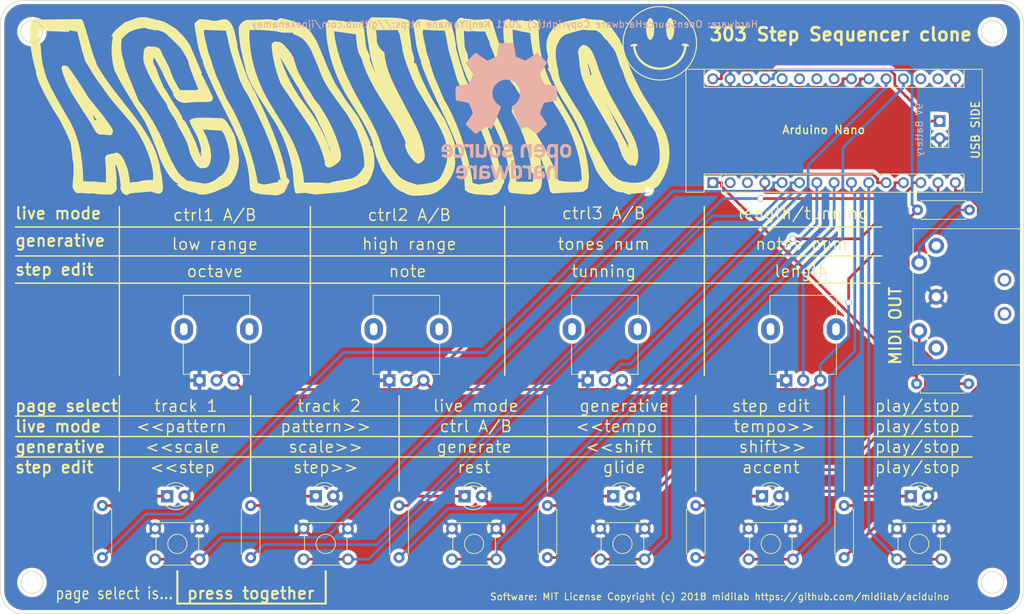
<source format=kicad_pcb>
(kicad_pcb (version 20171130) (host pcbnew "(5.1.9)-1")
  (layers (0 F.Cu signal hide) (31 B.Cu signal) (34 B.Paste user) (35 F.Paste user) (36 B.SilkS user) (37 F.SilkS user) (38 B.Mask user) (39 F.Mask user) (44 Edge.Cuts user))
  (net 0 "")
  (net 1 LED6)
  (net 2 LED5)
  (net 3 9V)
  (net 4 LED4)
  (net 5 GND)
  (net 6 LED3)
  (net 7 "Net-(A1-Pad28)")
  (net 8 LED2)
  (net 9 5V)
  (net 10 LED1)
  (net 11 "Net-(A1-Pad26)")
  (net 12 PLAY_STOP)
  (net 13 "Net-(A1-Pad25)")
  (net 14 Accent)
  (net 15 "Net-(A1-Pad24)")
  (net 16 Glide)
  (net 17 "Net-(A1-Pad23)")
  (net 18 Rest)
  (net 19 Octave)
  (net 20 Next_STEP)
  (net 21 Note)
  (net 22 Prev_STEP)
  (net 23 Length)
  (net 24 BPM)
  (net 25 "Net-(A1-Pad3)")
  (net 26 "Net-(A1-Pad18)")
  (net 27 "Net-(A1-Pad2)")
  (net 28 "Net-(A1-Pad17)")
  (net 29 MIDI_OUT)
  (net 30 "Net-(D1-Pad1)")
  (net 31 "Net-(D2-Pad1)")
  (net 32 "Net-(D3-Pad1)")
  (net 33 "Net-(D4-Pad1)")
  (net 34 "Net-(D5-Pad1)")
  (net 35 "Net-(D6-Pad1)")
  (net 36 "Net-(J1-Pad4)")
  (net 37 "Net-(J1-Pad1)")
  (net 38 "Net-(J1-Pad3)")
  (net 39 "Net-(J1-Pad5)")
  (module logo:2 (layer F.Cu) (at 108.5 72.75)
    (fp_text reference G*** hide)
    (fp_text value LOGO hide)
  )
  (module Symbol:OSHW-Logo_19x20mm_SilkScreen (layer B.Cu) (at 129.5 74.25 180)
    (fp_text reference REF** hide)
    (fp_text value OSHW-Logo_19x20mm_SilkScreen hide)
  )
  (module Button_Switch_THT:SW_TH_Tactile_Omron_B3F-10xx (layer F.Cu) (at 186.75 135.5)
    (fp_text reference SW6 hide)
    (fp_text value PLAY_STOP)
    (pad 1 thru_hole circle (at 0 0) (size 1.7 1.7) (drill 1) (layers *.Cu *.Mask) (net 5 GND))
    (pad 2 thru_hole circle (at 6.5 0) (size 1.7 1.7) (drill 1) (layers *.Cu *.Mask) (net 5 GND))
    (pad 3 thru_hole circle (at 0 4.5) (size 1.7 1.7) (drill 1) (layers *.Cu *.Mask) (net 12 PLAY_STOP))
    (pad 4 thru_hole circle (at 6.5 4.5) (size 1.7 1.7) (drill 1) (layers *.Cu *.Mask) (net 12 PLAY_STOP))
  )
  (module Button_Switch_THT:SW_TH_Tactile_Omron_B3F-10xx (layer F.Cu) (at 165 135.5)
    (fp_text reference SW5 hide)
    (fp_text value Accent)
    (pad 1 thru_hole circle (at 0 0) (size 1.7 1.7) (drill 1) (layers *.Cu *.Mask) (net 5 GND))
    (pad 2 thru_hole circle (at 6.5 0) (size 1.7 1.7) (drill 1) (layers *.Cu *.Mask) (net 5 GND))
    (pad 3 thru_hole circle (at 0 4.5) (size 1.7 1.7) (drill 1) (layers *.Cu *.Mask) (net 14 Accent))
    (pad 4 thru_hole circle (at 6.5 4.5) (size 1.7 1.7) (drill 1) (layers *.Cu *.Mask) (net 14 Accent))
  )
  (module Button_Switch_THT:SW_TH_Tactile_Omron_B3F-10xx (layer F.Cu) (at 143.25 135.5)
    (fp_text reference SW4 hide)
    (fp_text value Glide)
    (pad 1 thru_hole circle (at 0 0) (size 1.7 1.7) (drill 1) (layers *.Cu *.Mask) (net 5 GND))
    (pad 2 thru_hole circle (at 6.5 0) (size 1.7 1.7) (drill 1) (layers *.Cu *.Mask) (net 5 GND))
    (pad 3 thru_hole circle (at 0 4.5) (size 1.7 1.7) (drill 1) (layers *.Cu *.Mask) (net 16 Glide))
    (pad 4 thru_hole circle (at 6.5 4.5) (size 1.7 1.7) (drill 1) (layers *.Cu *.Mask) (net 16 Glide))
  )
  (module Button_Switch_THT:SW_TH_Tactile_Omron_B3F-10xx (layer F.Cu) (at 121.5 135.5)
    (fp_text reference SW3 hide)
    (fp_text value Rest)
    (pad 1 thru_hole circle (at 0 0) (size 1.7 1.7) (drill 1) (layers *.Cu *.Mask) (net 5 GND))
    (pad 2 thru_hole circle (at 6.5 0) (size 1.7 1.7) (drill 1) (layers *.Cu *.Mask) (net 5 GND))
    (pad 3 thru_hole circle (at 0 4.5) (size 1.7 1.7) (drill 1) (layers *.Cu *.Mask) (net 18 Rest))
    (pad 4 thru_hole circle (at 6.5 4.5) (size 1.7 1.7) (drill 1) (layers *.Cu *.Mask) (net 18 Rest))
  )
  (module Button_Switch_THT:SW_TH_Tactile_Omron_B3F-10xx (layer F.Cu) (at 99.75 135.5)
    (fp_text reference SW2 hide)
    (fp_text value Next_STEP)
    (pad 1 thru_hole circle (at 0 0) (size 1.7 1.7) (drill 1) (layers *.Cu *.Mask) (net 5 GND))
    (pad 2 thru_hole circle (at 6.5 0) (size 1.7 1.7) (drill 1) (layers *.Cu *.Mask) (net 5 GND))
    (pad 3 thru_hole circle (at 0 4.5) (size 1.7 1.7) (drill 1) (layers *.Cu *.Mask) (net 20 Next_STEP))
    (pad 4 thru_hole circle (at 6.5 4.5) (size 1.7 1.7) (drill 1) (layers *.Cu *.Mask) (net 20 Next_STEP))
  )
  (module Button_Switch_THT:SW_TH_Tactile_Omron_B3F-10xx (layer F.Cu) (at 78 135.5)
    (fp_text reference SW1 hide)
    (fp_text value Prev_STEP)
    (pad 1 thru_hole circle (at 0 0) (size 1.7 1.7) (drill 1) (layers *.Cu *.Mask) (net 5 GND))
    (pad 2 thru_hole circle (at 6.5 0) (size 1.7 1.7) (drill 1) (layers *.Cu *.Mask) (net 5 GND))
    (pad 3 thru_hole circle (at 0 4.5) (size 1.7 1.7) (drill 1) (layers *.Cu *.Mask) (net 22 Prev_STEP))
    (pad 4 thru_hole circle (at 6.5 4.5) (size 1.7 1.7) (drill 1) (layers *.Cu *.Mask) (net 22 Prev_STEP))
  )
  (module Potentiometer_THT:Potentiometer_Alpha_RD901F-40-00D_Single_Vertical (layer F.Cu) (at 170.5 113.75 90)
    (fp_text reference RV4 hide)
    (fp_text value 10k)
    (pad "" thru_hole oval (at 7.5 -2.3 180) (size 2.72 3.24) (drill oval 1.1 1.8) (layers *.Cu *.Mask))
    (pad "" thru_hole oval (at 7.5 7.3 180) (size 2.72 3.24) (drill oval 1.1 1.8) (layers *.Cu *.Mask))
    (pad 3 thru_hole circle (at 0 5 180) (size 1.8 1.8) (drill 1) (layers *.Cu *.Mask) (net 9 5V))
    (pad 2 thru_hole circle (at 0 2.5 180) (size 1.8 1.8) (drill 1) (layers *.Cu *.Mask) (net 24 BPM))
    (pad 1 thru_hole rect (at 0 0 180) (size 1.8 1.8) (drill 1) (layers *.Cu *.Mask) (net 5 GND))
  )
  (module Potentiometer_THT:Potentiometer_Alpha_RD901F-40-00D_Single_Vertical (layer F.Cu) (at 141.417 113.75 90)
    (fp_text reference RV3 hide)
    (fp_text value 10k)
    (pad "" thru_hole oval (at 7.5 -2.3 180) (size 2.72 3.24) (drill oval 1.1 1.8) (layers *.Cu *.Mask))
    (pad "" thru_hole oval (at 7.5 7.3 180) (size 2.72 3.24) (drill oval 1.1 1.8) (layers *.Cu *.Mask))
    (pad 3 thru_hole circle (at 0 5 180) (size 1.8 1.8) (drill 1) (layers *.Cu *.Mask) (net 9 5V))
    (pad 2 thru_hole circle (at 0 2.5 180) (size 1.8 1.8) (drill 1) (layers *.Cu *.Mask) (net 23 Length))
    (pad 1 thru_hole rect (at 0 0 180) (size 1.8 1.8) (drill 1) (layers *.Cu *.Mask) (net 5 GND))
  )
  (module Potentiometer_THT:Potentiometer_Alpha_RD901F-40-00D_Single_Vertical (layer F.Cu) (at 112.333 113.75 90)
    (fp_text reference RV2 hide)
    (fp_text value 10k)
    (pad "" thru_hole oval (at 7.5 -2.3 180) (size 2.72 3.24) (drill oval 1.1 1.8) (layers *.Cu *.Mask))
    (pad "" thru_hole oval (at 7.5 7.3 180) (size 2.72 3.24) (drill oval 1.1 1.8) (layers *.Cu *.Mask))
    (pad 3 thru_hole circle (at 0 5 180) (size 1.8 1.8) (drill 1) (layers *.Cu *.Mask) (net 9 5V))
    (pad 2 thru_hole circle (at 0 2.5 180) (size 1.8 1.8) (drill 1) (layers *.Cu *.Mask) (net 21 Note))
    (pad 1 thru_hole rect (at 0 0 180) (size 1.8 1.8) (drill 1) (layers *.Cu *.Mask) (net 5 GND))
  )
  (module Potentiometer_THT:Potentiometer_Alpha_RD901F-40-00D_Single_Vertical (layer F.Cu) (at 84.5 113.75 90)
    (fp_text reference RV1 hide)
    (fp_text value 10k)
    (pad "" thru_hole oval (at 7.5 -2.3 180) (size 2.72 3.24) (drill oval 1.1 1.8) (layers *.Cu *.Mask))
    (pad "" thru_hole oval (at 7.5 7.3 180) (size 2.72 3.24) (drill oval 1.1 1.8) (layers *.Cu *.Mask))
    (pad 3 thru_hole circle (at 0 5 180) (size 1.8 1.8) (drill 1) (layers *.Cu *.Mask) (net 9 5V))
    (pad 2 thru_hole circle (at 0 2.5 180) (size 1.8 1.8) (drill 1) (layers *.Cu *.Mask) (net 19 Octave))
    (pad 1 thru_hole rect (at 0 0 180) (size 1.8 1.8) (drill 1) (layers *.Cu *.Mask) (net 5 GND))
  )
  (module Resistor_THT:R_Axial_DIN0207_L6.3mm_D2.5mm_P7.62mm_Horizontal (layer F.Cu) (at 179 139.75 90)
    (fp_text reference R8 hide)
    (fp_text value 220R)
    (pad 2 thru_hole oval (at 7.62 0 90) (size 1.6 1.6) (drill 0.8) (layers *.Cu *.Mask) (net 35 "Net-(D6-Pad1)"))
    (pad 1 thru_hole circle (at 0 0 90) (size 1.6 1.6) (drill 0.8) (layers *.Cu *.Mask) (net 1 LED6))
  )
  (module Resistor_THT:R_Axial_DIN0207_L6.3mm_D2.5mm_P7.62mm_Horizontal (layer F.Cu) (at 157.25 139.75 90)
    (fp_text reference R7 hide)
    (fp_text value 220R)
    (pad 2 thru_hole oval (at 7.62 0 90) (size 1.6 1.6) (drill 0.8) (layers *.Cu *.Mask) (net 34 "Net-(D5-Pad1)"))
    (pad 1 thru_hole circle (at 0 0 90) (size 1.6 1.6) (drill 0.8) (layers *.Cu *.Mask) (net 2 LED5))
  )
  (module Resistor_THT:R_Axial_DIN0207_L6.3mm_D2.5mm_P7.62mm_Horizontal (layer F.Cu) (at 135.5 139.75 90)
    (fp_text reference R6 hide)
    (fp_text value 220R)
    (pad 2 thru_hole oval (at 7.62 0 90) (size 1.6 1.6) (drill 0.8) (layers *.Cu *.Mask) (net 33 "Net-(D4-Pad1)"))
    (pad 1 thru_hole circle (at 0 0 90) (size 1.6 1.6) (drill 0.8) (layers *.Cu *.Mask) (net 4 LED4))
  )
  (module Resistor_THT:R_Axial_DIN0207_L6.3mm_D2.5mm_P7.62mm_Horizontal (layer F.Cu) (at 113.75 139.75 90)
    (fp_text reference R5 hide)
    (fp_text value 220R)
    (pad 2 thru_hole oval (at 7.62 0 90) (size 1.6 1.6) (drill 0.8) (layers *.Cu *.Mask) (net 32 "Net-(D3-Pad1)"))
    (pad 1 thru_hole circle (at 0 0 90) (size 1.6 1.6) (drill 0.8) (layers *.Cu *.Mask) (net 6 LED3))
  )
  (module Resistor_THT:R_Axial_DIN0207_L6.3mm_D2.5mm_P7.62mm_Horizontal (layer F.Cu) (at 92 139.75 90)
    (fp_text reference R4 hide)
    (fp_text value 220R)
    (pad 2 thru_hole oval (at 7.62 0 90) (size 1.6 1.6) (drill 0.8) (layers *.Cu *.Mask) (net 31 "Net-(D2-Pad1)"))
    (pad 1 thru_hole circle (at 0 0 90) (size 1.6 1.6) (drill 0.8) (layers *.Cu *.Mask) (net 8 LED2))
  )
  (module Resistor_THT:R_Axial_DIN0207_L6.3mm_D2.5mm_P7.62mm_Horizontal (layer F.Cu) (at 70.25 139.75 90)
    (fp_text reference R3 hide)
    (fp_text value 220R)
    (pad 2 thru_hole oval (at 7.62 0 90) (size 1.6 1.6) (drill 0.8) (layers *.Cu *.Mask) (net 30 "Net-(D1-Pad1)"))
    (pad 1 thru_hole circle (at 0 0 90) (size 1.6 1.6) (drill 0.8) (layers *.Cu *.Mask) (net 10 LED1))
  )
  (module Resistor_THT:R_Axial_DIN0207_L6.3mm_D2.5mm_P7.62mm_Horizontal (layer F.Cu) (at 197.25 114.25 180)
    (fp_text reference R2 hide)
    (fp_text value 220R)
    (pad 2 thru_hole oval (at 7.62 0 180) (size 1.6 1.6) (drill 0.8) (layers *.Cu *.Mask) (net 29 MIDI_OUT))
    (pad 1 thru_hole circle (at 0 0 180) (size 1.6 1.6) (drill 0.8) (layers *.Cu *.Mask) (net 39 "Net-(J1-Pad5)"))
  )
  (module Resistor_THT:R_Axial_DIN0207_L6.3mm_D2.5mm_P7.62mm_Horizontal (layer F.Cu) (at 189.75 88.75)
    (fp_text reference R1 hide)
    (fp_text value 220R)
    (pad 2 thru_hole oval (at 7.62 0) (size 1.6 1.6) (drill 0.8) (layers *.Cu *.Mask) (net 36 "Net-(J1-Pad4)"))
    (pad 1 thru_hole circle (at 0 0) (size 1.6 1.6) (drill 0.8) (layers *.Cu *.Mask) (net 9 5V))
  )
  (module Connector_PinHeader_2.54mm:PinHeader_1x02_P2.54mm_Vertical (layer F.Cu) (at 193 75.71)
    (fp_text reference J2 hide)
    (fp_text value battery)
    (pad 2 thru_hole oval (at 0 2.54) (size 1.7 1.7) (drill 1) (layers *.Cu *.Mask) (net 5 GND))
    (pad 1 thru_hole rect (at 0 0) (size 1.7 1.7) (drill 1) (layers *.Cu *.Mask) (net 3 9V))
  )
  (module Connector:SDS-50J (layer F.Cu) (at 192.5 94 270)
    (fp_text reference J1 hide)
    (fp_text value MIDI_OUT)
    (pad "" thru_hole circle (at 10 -10 270) (size 2 2) (drill 1.3) (layers *.Cu *.Mask))
    (pad 4 thru_hole circle (at 2.5 2.5 270) (size 2.3 2.3) (drill 1.3) (layers *.Cu *.Mask) (net 36 "Net-(J1-Pad4)"))
    (pad 1 thru_hole circle (at 0 0 270) (size 2.3 2.3) (drill 1.3) (layers *.Cu *.Mask) (net 37 "Net-(J1-Pad1)"))
    (pad 2 thru_hole circle (at 7.5 0 270) (size 2.3 2.3) (drill 1.3) (layers *.Cu *.Mask) (net 5 GND))
    (pad 3 thru_hole circle (at 15 0 270) (size 2.3 2.3) (drill 1.3) (layers *.Cu *.Mask) (net 38 "Net-(J1-Pad3)"))
    (pad "" thru_hole circle (at 5 -10 270) (size 2 2) (drill 1.3) (layers *.Cu *.Mask))
    (pad 5 thru_hole circle (at 12.5 2.5 270) (size 2.3 2.3) (drill 1.3) (layers *.Cu *.Mask) (net 39 "Net-(J1-Pad5)"))
  )
  (module LED_THT:LED_D3.0mm (layer F.Cu) (at 188.75 130.75)
    (fp_text reference D6 hide)
    (fp_text value LED)
    (pad 2 thru_hole circle (at 2.54 0) (size 1.8 1.8) (drill 0.9) (layers *.Cu *.Mask) (net 5 GND))
    (pad 1 thru_hole rect (at 0 0) (size 1.8 1.8) (drill 0.9) (layers *.Cu *.Mask) (net 35 "Net-(D6-Pad1)"))
  )
  (module LED_THT:LED_D3.0mm (layer F.Cu) (at 166.95 130.75)
    (fp_text reference D5 hide)
    (fp_text value LED)
    (pad 2 thru_hole circle (at 2.54 0) (size 1.8 1.8) (drill 0.9) (layers *.Cu *.Mask) (net 5 GND))
    (pad 1 thru_hole rect (at 0 0) (size 1.8 1.8) (drill 0.9) (layers *.Cu *.Mask) (net 34 "Net-(D5-Pad1)"))
  )
  (module LED_THT:LED_D3.0mm (layer F.Cu) (at 145.15 130.75)
    (fp_text reference D4 hide)
    (fp_text value LED)
    (pad 2 thru_hole circle (at 2.54 0) (size 1.8 1.8) (drill 0.9) (layers *.Cu *.Mask) (net 5 GND))
    (pad 1 thru_hole rect (at 0 0) (size 1.8 1.8) (drill 0.9) (layers *.Cu *.Mask) (net 33 "Net-(D4-Pad1)"))
  )
  (module LED_THT:LED_D3.0mm (layer F.Cu) (at 123.35 130.75)
    (fp_text reference D3 hide)
    (fp_text value LED)
    (pad 2 thru_hole circle (at 2.54 0) (size 1.8 1.8) (drill 0.9) (layers *.Cu *.Mask) (net 5 GND))
    (pad 1 thru_hole rect (at 0 0) (size 1.8 1.8) (drill 0.9) (layers *.Cu *.Mask) (net 32 "Net-(D3-Pad1)"))
  )
  (module LED_THT:LED_D3.0mm (layer F.Cu) (at 101.55 130.75)
    (fp_text reference D2 hide)
    (fp_text value LED)
    (pad 2 thru_hole circle (at 2.54 0) (size 1.8 1.8) (drill 0.9) (layers *.Cu *.Mask) (net 5 GND))
    (pad 1 thru_hole rect (at 0 0) (size 1.8 1.8) (drill 0.9) (layers *.Cu *.Mask) (net 31 "Net-(D2-Pad1)"))
  )
  (module LED_THT:LED_D3.0mm (layer F.Cu) (at 79.75 130.75)
    (fp_text reference D1 hide)
    (fp_text value LED)
    (pad 2 thru_hole circle (at 2.54 0) (size 1.8 1.8) (drill 0.9) (layers *.Cu *.Mask) (net 5 GND))
    (pad 1 thru_hole rect (at 0 0) (size 1.8 1.8) (drill 0.9) (layers *.Cu *.Mask) (net 30 "Net-(D1-Pad1)"))
  )
  (module Module:Arduino_Nano (layer F.Cu) (at 159.75 84.75 90)
    (fp_text reference A1 hide)
    (fp_text value Arduino_Nano_v3.x)
    (pad 16 thru_hole oval (at 15.24 35.56 90) (size 1.6 1.6) (drill 1) (layers *.Cu *.Mask) (net 1 LED6))
    (pad 15 thru_hole oval (at 0 35.56 90) (size 1.6 1.6) (drill 1) (layers *.Cu *.Mask) (net 2 LED5))
    (pad 30 thru_hole oval (at 15.24 0 90) (size 1.6 1.6) (drill 1) (layers *.Cu *.Mask) (net 3 9V))
    (pad 14 thru_hole oval (at 0 33.02 90) (size 1.6 1.6) (drill 1) (layers *.Cu *.Mask) (net 4 LED4))
    (pad 29 thru_hole oval (at 15.24 2.54 90) (size 1.6 1.6) (drill 1) (layers *.Cu *.Mask) (net 5 GND))
    (pad 13 thru_hole oval (at 0 30.48 90) (size 1.6 1.6) (drill 1) (layers *.Cu *.Mask) (net 6 LED3))
    (pad 28 thru_hole oval (at 15.24 5.08 90) (size 1.6 1.6) (drill 1) (layers *.Cu *.Mask) (net 7 "Net-(A1-Pad28)"))
    (pad 12 thru_hole oval (at 0 27.94 90) (size 1.6 1.6) (drill 1) (layers *.Cu *.Mask) (net 8 LED2))
    (pad 27 thru_hole oval (at 15.24 7.62 90) (size 1.6 1.6) (drill 1) (layers *.Cu *.Mask) (net 9 5V))
    (pad 11 thru_hole oval (at 0 25.4 90) (size 1.6 1.6) (drill 1) (layers *.Cu *.Mask) (net 10 LED1))
    (pad 26 thru_hole oval (at 15.24 10.16 90) (size 1.6 1.6) (drill 1) (layers *.Cu *.Mask) (net 11 "Net-(A1-Pad26)"))
    (pad 10 thru_hole oval (at 0 22.86 90) (size 1.6 1.6) (drill 1) (layers *.Cu *.Mask) (net 12 PLAY_STOP))
    (pad 25 thru_hole oval (at 15.24 12.7 90) (size 1.6 1.6) (drill 1) (layers *.Cu *.Mask) (net 13 "Net-(A1-Pad25)"))
    (pad 9 thru_hole oval (at 0 20.32 90) (size 1.6 1.6) (drill 1) (layers *.Cu *.Mask) (net 14 Accent))
    (pad 24 thru_hole oval (at 15.24 15.24 90) (size 1.6 1.6) (drill 1) (layers *.Cu *.Mask) (net 15 "Net-(A1-Pad24)"))
    (pad 8 thru_hole oval (at 0 17.78 90) (size 1.6 1.6) (drill 1) (layers *.Cu *.Mask) (net 16 Glide))
    (pad 23 thru_hole oval (at 15.24 17.78 90) (size 1.6 1.6) (drill 1) (layers *.Cu *.Mask) (net 17 "Net-(A1-Pad23)"))
    (pad 7 thru_hole oval (at 0 15.24 90) (size 1.6 1.6) (drill 1) (layers *.Cu *.Mask) (net 18 Rest))
    (pad 22 thru_hole oval (at 15.24 20.32 90) (size 1.6 1.6) (drill 1) (layers *.Cu *.Mask) (net 19 Octave))
    (pad 6 thru_hole oval (at 0 12.7 90) (size 1.6 1.6) (drill 1) (layers *.Cu *.Mask) (net 20 Next_STEP))
    (pad 21 thru_hole oval (at 15.24 22.86 90) (size 1.6 1.6) (drill 1) (layers *.Cu *.Mask) (net 21 Note))
    (pad 5 thru_hole oval (at 0 10.16 90) (size 1.6 1.6) (drill 1) (layers *.Cu *.Mask) (net 22 Prev_STEP))
    (pad 20 thru_hole oval (at 15.24 25.4 90) (size 1.6 1.6) (drill 1) (layers *.Cu *.Mask) (net 23 Length))
    (pad 4 thru_hole oval (at 0 7.62 90) (size 1.6 1.6) (drill 1) (layers *.Cu *.Mask) (net 5 GND))
    (pad 19 thru_hole oval (at 15.24 27.94 90) (size 1.6 1.6) (drill 1) (layers *.Cu *.Mask) (net 24 BPM))
    (pad 3 thru_hole oval (at 0 5.08 90) (size 1.6 1.6) (drill 1) (layers *.Cu *.Mask) (net 25 "Net-(A1-Pad3)"))
    (pad 18 thru_hole oval (at 15.24 30.48 90) (size 1.6 1.6) (drill 1) (layers *.Cu *.Mask) (net 26 "Net-(A1-Pad18)"))
    (pad 2 thru_hole oval (at 0 2.54 90) (size 1.6 1.6) (drill 1) (layers *.Cu *.Mask) (net 27 "Net-(A1-Pad2)"))
    (pad 17 thru_hole oval (at 15.24 33.02 90) (size 1.6 1.6) (drill 1) (layers *.Cu *.Mask) (net 28 "Net-(A1-Pad17)"))
    (pad 1 thru_hole rect (at 0 0 90) (size 1.6 1.6) (drill 1) (layers *.Cu *.Mask) (net 29 MIDI_OUT))
  )
  (gr_text "303 Step Sequencer clone" (at 178.5 63) (layer F.SilkS) (effects (font (size 1.9 1.9) (thickness 0.4))))
  (gr_text "page select is..." (at 72 145) (layer F.SilkS) (effects (font (size 1.7 1.4) (thickness 0.2))))
  (gr_text "Hardware: OpenSourceHardware Copyright(c) 2021 KenjiYamane https://github.com/ijnekenamay" (at 129.25 61.5) (layer B.SilkS) (effects (font (size 1 1)) (justify mirror)))
  (gr_text "Software: MIT License Copyright (c) 2018 midilab https://github.com/midilab/aciduino" (at 160.75 145.5) (layer F.SilkS) (effects (font (size 1 1))))
  (gr_text "9V Battery" (at 190 77 90) (layer B.SilkS) (effects (font (size 1 1)) (justify mirror)))
  (gr_text "USB SIDE\n" (at 198.25 77 90) (layer F.SilkS) (effects (font (size 1.2 1.2) (thickness 0.2))))
  (gr_text "Arduino Nano" (at 176 77) (layer F.SilkS) (effects (font (size 1.2 1.2) (thickness 0.2))))
  (gr_text length (at 172.75 97.75) (layer F.SilkS) (effects (font (size 1.7 1.7) (thickness 0.2))))
  (gr_text tunning (at 143.75 97.75) (layer F.SilkS) (effects (font (size 1.7 1.7) (thickness 0.2))))
  (gr_text note (at 115 97.75) (layer F.SilkS) (effects (font (size 1.7 1.7) (thickness 0.2))))
  (gr_text octave (at 86.75 97.75) (layer F.SilkS) (effects (font (size 1.7 1.7) (thickness 0.2))))
  (gr_text "notes num" (at 172.75 93.75) (layer F.SilkS) (effects (font (size 1.7 1.7) (thickness 0.2))))
  (gr_text "tones num" (at 143.75 93.75) (layer F.SilkS) (effects (font (size 1.7 1.7) (thickness 0.2))))
  (gr_text "high range" (at 115.25 93.75) (layer F.SilkS) (effects (font (size 1.7 1.7) (thickness 0.2))))
  (gr_text "low range" (at 86.75 93.75) (layer F.SilkS) (effects (font (size 1.7 1.7) (thickness 0.2))))
  (gr_text "press together" (at 92 145) (layer F.SilkS) (effects (font (size 1.7 1.7) (thickness 0.3))))
  (gr_text length/tunning (at 173 89.25) (layer F.SilkS) (effects (font (size 1.7 1.7) (thickness 0.2))))
  (gr_text "ctrl3 A/B" (at 143.75 89.25) (layer F.SilkS) (effects (font (size 1.7 1.7) (thickness 0.2))))
  (gr_text "ctrl2 A/B" (at 115.25 89.5) (layer F.SilkS) (effects (font (size 1.7 1.7) (thickness 0.2))))
  (gr_text "ctrl1 A/B" (at 86.75 89.5) (layer F.SilkS) (effects (font (size 1.7 1.7) (thickness 0.2))))
  (gr_text "step edit" (at 63.219048 97.5) (layer F.SilkS) (effects (font (size 1.7 1.7) (thickness 0.3))))
  (gr_text "live mode" (at 63.785714 89.25) (layer F.SilkS) (effects (font (size 1.7 1.7) (thickness 0.3))))
  (gr_text generative (at 64.069048 93.25) (layer F.SilkS) (effects (font (size 1.7 1.7) (thickness 0.3))))
  (gr_text "MIDI OUT" (at 186.5 105.75 90) (layer F.SilkS) (effects (font (size 1.7 1.7) (thickness 0.3))))
  (gr_text accent (at 168.25 126.5) (layer F.SilkS) (effects (font (size 1.7 1.7) (thickness 0.2))))
  (gr_text glide (at 146.75 126.5) (layer F.SilkS) (effects (font (size 1.7 1.7) (thickness 0.2))))
  (gr_text rest (at 124.75 126.5) (layer F.SilkS) (effects (font (size 1.7 1.7) (thickness 0.2))))
  (gr_text step>> (at 103 126.5) (layer F.SilkS) (effects (font (size 1.7 1.7) (thickness 0.2))))
  (gr_text <<step (at 82 126.5) (layer F.SilkS) (effects (font (size 1.7 1.7) (thickness 0.2))))
  (gr_text shift>> (at 168.5 123.5) (layer F.SilkS) (effects (font (size 1.7 1.7) (thickness 0.2))))
  (gr_text <<shift (at 146 123.5) (layer F.SilkS) (effects (font (size 1.7 1.7) (thickness 0.2))))
  (gr_text generate (at 124.75 123.5) (layer F.SilkS) (effects (font (size 1.7 1.7) (thickness 0.2))))
  (gr_text scale>> (at 103 123.5) (layer F.SilkS) (effects (font (size 1.7 1.7) (thickness 0.2))))
  (gr_text <<scale (at 82 123.5) (layer F.SilkS) (effects (font (size 1.7 1.7) (thickness 0.2))))
  (gr_text tempo>> (at 168.75 120.5) (layer F.SilkS) (effects (font (size 1.7 1.7) (thickness 0.2))))
  (gr_text "<<tempo " (at 146.25 120.5) (layer F.SilkS) (effects (font (size 1.7 1.7) (thickness 0.2))))
  (gr_text "ctrl A/B" (at 125 120.5) (layer F.SilkS) (effects (font (size 1.7 1.7) (thickness 0.2))))
  (gr_text pattern>> (at 103 120.5) (layer F.SilkS) (effects (font (size 1.7 1.7) (thickness 0.2))))
  (gr_text "<<pattern " (at 82.5 120.5) (layer F.SilkS) (effects (font (size 1.7 1.7) (thickness 0.2))))
  (gr_text "step edit" (at 168.25 117.5) (layer F.SilkS) (effects (font (size 1.7 1.7) (thickness 0.2))))
  (gr_text generative (at 146.75 117.5) (layer F.SilkS) (effects (font (size 1.7 1.7) (thickness 0.2))))
  (gr_text "live mode" (at 125 117.5) (layer F.SilkS) (effects (font (size 1.7 1.7) (thickness 0.2))))
  (gr_text "track 2" (at 103.5 117.5) (layer F.SilkS) (effects (font (size 1.7 1.7) (thickness 0.2))))
  (gr_text "track 1" (at 82.5 117.5) (layer F.SilkS) (effects (font (size 1.7 1.7) (thickness 0.2))))
  (gr_text "step edit" (at 63.219048 126.5) (layer F.SilkS) (effects (font (size 1.7 1.7) (thickness 0.3))))
  (gr_text generative (at 64.069048 123.5) (layer F.SilkS) (effects (font (size 1.7 1.7) (thickness 0.3))))
  (gr_text "live mode" (at 63.785714 120.5) (layer F.SilkS) (effects (font (size 1.7 1.7) (thickness 0.3))))
  (gr_text "page select" (at 65 117.5) (layer F.SilkS) (effects (font (size 1.7 1.7) (thickness 0.3))))
  (gr_text play/stop (at 189.75 126.5) (layer F.SilkS) (effects (font (size 1.7 1.7) (thickness 0.2))))
  (gr_text play/stop (at 189.75 123.5) (layer F.SilkS) (effects (font (size 1.7 1.7) (thickness 0.2))))
  (gr_text play/stop (at 189.75 120.5) (layer F.SilkS) (effects (font (size 1.7 1.7) (thickness 0.2))))
  (gr_text play/stop (at 189.75 117.5) (layer F.SilkS) (effects (font (size 1.7 1.7) (thickness 0.2))))
  (gr_line (start 103 146.5) (end 103 141.75) (layer F.SilkS) (width 0.3))
  (gr_line (start 81.25 146.5) (end 103 146.5) (layer F.SilkS) (width 0.3))
  (gr_line (start 81.25 141.75) (end 81.25 146.5) (layer F.SilkS) (width 0.3))
  (gr_line (start 72.75 130) (end 72.75 116) (layer F.SilkS) (width 0.2))
  (gr_line (start 72.75 113) (end 72.75 88.25) (layer F.SilkS) (width 0.2))
  (gr_line (start 158.5 113) (end 158.5 88.25) (layer F.SilkS) (width 0.2))
  (gr_line (start 129.25 113) (end 129.25 88.25) (layer F.SilkS) (width 0.2))
  (gr_line (start 100.75 113) (end 100.75 88.25) (layer F.SilkS) (width 0.2))
  (gr_line (start 57.5 91.25) (end 184.5 91.25) (layer F.SilkS) (width 0.2))
  (gr_line (start 57.5 95.5) (end 184.5 95.5) (layer F.SilkS) (width 0.2))
  (gr_line (start 57.5 99.5) (end 184.25 99.5) (layer F.SilkS) (width 0.2))
  (gr_line (start 57.5 125) (end 197.75 125) (layer F.SilkS) (width 0.2))
  (gr_line (start 57.5 122) (end 197.75 122) (layer F.SilkS) (width 0.2))
  (gr_line (start 57.5 119) (end 197.75 119) (layer F.SilkS) (width 0.2))
  (gr_line (start 179 130) (end 179 116) (layer F.SilkS) (width 0.2))
  (gr_line (start 157.25 130) (end 157.25 116) (layer F.SilkS) (width 0.2))
  (gr_line (start 135.5 130) (end 135.5 116) (layer F.SilkS) (width 0.2))
  (gr_line (start 113.75 130) (end 113.75 116) (layer F.SilkS) (width 0.2))
  (gr_line (start 92 130) (end 92 116) (layer F.SilkS) (width 0.2))
  (gr_circle (center 200.731769 62.6) (end 202.331769 62.6) (layer Edge.Cuts) (width 0.1))
  (gr_circle (center 59.931769 143.4) (end 61.531769 143.4) (layer Edge.Cuts) (width 0.1))
  (gr_curve (pts (xy 205.331769 144.581769) (xy 205.331769 146.469606) (xy 203.801375 148) (xy 201.913538 148)) (layer Edge.Cuts) (width 0.1))
  (gr_curve (pts (xy 205.331769 61.418231) (xy 205.331769 61.418231) (xy 205.331769 144.581769) (xy 205.331769 144.581769)) (layer Edge.Cuts) (width 0.1))
  (gr_circle (center 200.731769 143.4) (end 202.331769 143.4) (layer Edge.Cuts) (width 0.1))
  (gr_curve (pts (xy 55.331769 61.418231) (xy 55.331769 59.530394) (xy 56.862163 58) (xy 58.75 58)) (layer Edge.Cuts) (width 0.1))
  (gr_curve (pts (xy 201.913538 148) (xy 201.913538 148) (xy 58.75 148) (xy 58.75 148)) (layer Edge.Cuts) (width 0.1))
  (gr_curve (pts (xy 55.331769 144.581769) (xy 55.331769 144.581769) (xy 55.331769 61.418231) (xy 55.331769 61.418231)) (layer Edge.Cuts) (width 0.1))
  (gr_circle (center 59.931769 62.6) (end 61.531769 62.6) (layer Edge.Cuts) (width 0.1))
  (gr_curve (pts (xy 201.913538 58) (xy 203.801375 58) (xy 205.331769 59.530394) (xy 205.331769 61.418231)) (layer Edge.Cuts) (width 0.1))
  (gr_curve (pts (xy 58.75 58) (xy 58.75 58) (xy 201.913538 58) (xy 201.913538 58)) (layer Edge.Cuts) (width 0.1))
  (gr_curve (pts (xy 58.75 148) (xy 56.862163 148) (xy 55.331769 146.469606) (xy 55.331769 144.581769)) (layer Edge.Cuts) (width 0.1))
  (segment (start 195.31 69.51) (end 195.31 70.7603) (width 0.4) (layer F.Cu) (net 1))
  (segment (start 195.31 70.7603) (end 199.3132 74.7635) (width 0.4) (layer F.Cu) (net 1))
  (segment (start 199.3132 74.7635) (end 199.3132 124.6391) (width 0.4) (layer F.Cu) (net 1))
  (segment (start 199.3132 124.6391) (end 190.5719 133.3804) (width 0.4) (layer F.Cu) (net 1))
  (segment (start 190.5719 133.3804) (end 185.3696 133.3804) (width 0.4) (layer F.Cu) (net 1))
  (segment (start 185.3696 133.3804) (end 179 139.75) (width 0.4) (layer F.Cu) (net 1))
  (segment (start 195.31 84.75) (end 195.31 86.0003) (width 0.4) (layer F.Cu) (net 2))
  (segment (start 195.31 86.0003) (end 196.404 86.0003) (width 0.4) (layer F.Cu) (net 2))
  (segment (start 196.404 86.0003) (end 198.6628 88.2591) (width 0.4) (layer F.Cu) (net 2))
  (segment (start 198.6628 88.2591) (end 198.6628 114.6068) (width 0.4) (layer F.Cu) (net 2))
  (segment (start 198.6628 114.6068) (end 183.246 130.0236) (width 0.4) (layer F.Cu) (net 2))
  (segment (start 183.246 130.0236) (end 173.1375 130.0236) (width 0.4) (layer F.Cu) (net 2))
  (segment (start 173.1375 130.0236) (end 163.4111 139.75) (width 0.4) (layer F.Cu) (net 2))
  (segment (start 163.4111 139.75) (end 157.25 139.75) (width 0.4) (layer F.Cu) (net 2))
  (segment (start 193 75.71) (end 191.6997 75.71) (width 0.4) (layer F.Cu) (net 3))
  (segment (start 159.75 69.51) (end 161.0003 69.51) (width 0.4) (layer F.Cu) (net 3))
  (segment (start 161.0003 69.51) (end 161.0003 68.963) (width 0.4) (layer F.Cu) (net 3))
  (segment (start 161.0003 68.963) (end 161.7201 68.2432) (width 0.4) (layer F.Cu) (net 3))
  (segment (start 161.7201 68.2432) (end 185.7191 68.2432) (width 0.4) (layer F.Cu) (net 3))
  (segment (start 185.7191 68.2432) (end 186.42 68.9441) (width 0.4) (layer F.Cu) (net 3))
  (segment (start 186.42 68.9441) (end 186.42 70.4303) (width 0.4) (layer F.Cu) (net 3))
  (segment (start 186.42 70.4303) (end 191.6997 75.71) (width 0.4) (layer F.Cu) (net 3))
  (segment (start 192.77 84.75) (end 192.77 88.733) (width 0.4) (layer F.Cu) (net 4))
  (segment (start 192.77 88.733) (end 188.3806 93.1224) (width 0.4) (layer F.Cu) (net 4))
  (segment (start 188.3806 93.1224) (end 188.3806 110.0314) (width 0.4) (layer F.Cu) (net 4))
  (segment (start 188.3806 110.0314) (end 190.9142 112.565) (width 0.4) (layer F.Cu) (net 4))
  (segment (start 190.9142 112.565) (end 190.9142 114.7523) (width 0.4) (layer F.Cu) (net 4))
  (segment (start 190.9142 114.7523) (end 178.7965 126.87) (width 0.4) (layer F.Cu) (net 4))
  (segment (start 178.7965 126.87) (end 154.5411 126.87) (width 0.4) (layer F.Cu) (net 4))
  (segment (start 154.5411 126.87) (end 141.6611 139.75) (width 0.4) (layer F.Cu) (net 4))
  (segment (start 141.6611 139.75) (end 135.5 139.75) (width 0.4) (layer F.Cu) (net 4))
  (segment (start 190.23 84.75) (end 188.9797 84.75) (width 0.4) (layer F.Cu) (net 6))
  (segment (start 171.4861 92.9914) (end 131.9171 132.5604) (width 0.4) (layer B.Cu) (net 6))
  (segment (start 131.9171 132.5604) (end 120.9396 132.5604) (width 0.4) (layer B.Cu) (net 6))
  (segment (start 120.9396 132.5604) (end 113.75 139.75) (width 0.4) (layer B.Cu) (net 6))
  (segment (start 188.9797 84.75) (end 188.9797 85.297) (width 0.4) (layer F.Cu) (net 6))
  (segment (start 188.9797 85.297) (end 181.2853 92.9914) (width 0.4) (layer F.Cu) (net 6))
  (segment (start 181.2853 92.9914) (end 171.4861 92.9914) (width 0.4) (layer F.Cu) (net 6))
  (via (at 171.4861 92.9914) (size 0.9) (layers F.Cu B.Cu) (net 6))
  (segment (start 187.69 84.75) (end 186.4397 84.75) (width 0.4) (layer F.Cu) (net 8))
  (segment (start 166.7154 87.083) (end 161.2566 87.083) (width 0.4) (layer B.Cu) (net 8))
  (segment (start 161.2566 87.083) (end 110.4944 137.8452) (width 0.4) (layer B.Cu) (net 8))
  (segment (start 110.4944 137.8452) (end 93.9048 137.8452) (width 0.4) (layer B.Cu) (net 8))
  (segment (start 93.9048 137.8452) (end 92 139.75) (width 0.4) (layer B.Cu) (net 8))
  (segment (start 186.4397 84.75) (end 186.4397 85.297) (width 0.4) (layer F.Cu) (net 8))
  (segment (start 186.4397 85.297) (end 184.6537 87.083) (width 0.4) (layer F.Cu) (net 8))
  (segment (start 184.6537 87.083) (end 166.7154 87.083) (width 0.4) (layer F.Cu) (net 8))
  (via (at 166.7154 87.083) (size 0.9) (layers F.Cu B.Cu) (net 8))
  (segment (start 175.5 113.75) (end 174.1496 115.1004) (width 0.4) (layer F.Cu) (net 9))
  (segment (start 174.1496 115.1004) (end 147.7674 115.1004) (width 0.4) (layer F.Cu) (net 9))
  (segment (start 147.7674 115.1004) (end 146.417 113.75) (width 0.4) (layer F.Cu) (net 9))
  (segment (start 89.5 113.75) (end 90.8504 115.1004) (width 0.4) (layer F.Cu) (net 9))
  (segment (start 90.8504 115.1004) (end 115.9826 115.1004) (width 0.4) (layer F.Cu) (net 9))
  (segment (start 115.9826 115.1004) (end 117.333 113.75) (width 0.4) (layer F.Cu) (net 9))
  (segment (start 146.417 113.75) (end 145.0666 115.1004) (width 0.4) (layer F.Cu) (net 9))
  (segment (start 145.0666 115.1004) (end 118.6834 115.1004) (width 0.4) (layer F.Cu) (net 9))
  (segment (start 118.6834 115.1004) (end 117.333 113.75) (width 0.4) (layer F.Cu) (net 9))
  (segment (start 179.6597 102.3144) (end 179.6597 107.2742) (width 0.4) (layer B.Cu) (net 9))
  (segment (start 179.6597 107.2742) (end 175.5 111.4339) (width 0.4) (layer B.Cu) (net 9))
  (segment (start 175.5 111.4339) (end 175.5 113.75) (width 0.4) (layer B.Cu) (net 9))
  (segment (start 189.75 88.75) (end 179.6598 98.8402) (width 0.4) (layer F.Cu) (net 9))
  (segment (start 179.6598 98.8402) (end 179.6598 102.3144) (width 0.4) (layer F.Cu) (net 9))
  (segment (start 179.6598 102.3144) (end 179.6597 102.3144) (width 0.4) (layer F.Cu) (net 9))
  (segment (start 167.37 69.51) (end 168.6203 69.51) (width 0.4) (layer B.Cu) (net 9))
  (segment (start 168.6203 69.51) (end 168.6203 68.963) (width 0.4) (layer B.Cu) (net 9))
  (segment (start 168.6203 68.963) (end 169.3934 68.1899) (width 0.4) (layer B.Cu) (net 9))
  (segment (start 169.3934 68.1899) (end 188.1954 68.1899) (width 0.4) (layer B.Cu) (net 9))
  (segment (start 188.1954 68.1899) (end 188.96 68.9545) (width 0.4) (layer B.Cu) (net 9))
  (segment (start 188.96 68.9545) (end 188.96 87.96) (width 0.4) (layer B.Cu) (net 9))
  (segment (start 188.96 87.96) (end 189.75 88.75) (width 0.4) (layer B.Cu) (net 9))
  (via (at 179.6597 102.3144) (size 0.9) (layers F.Cu B.Cu) (net 9))
  (segment (start 185.15 84.75) (end 183.8997 84.75) (width 0.4) (layer F.Cu) (net 10))
  (segment (start 150.1674 85.7731) (end 126.2901 109.6504) (width 0.4) (layer B.Cu) (net 10))
  (segment (start 126.2901 109.6504) (end 105.6496 109.6504) (width 0.4) (layer B.Cu) (net 10))
  (segment (start 105.6496 109.6504) (end 81.9196 133.3804) (width 0.4) (layer B.Cu) (net 10))
  (segment (start 81.9196 133.3804) (end 76.6196 133.3804) (width 0.4) (layer B.Cu) (net 10))
  (segment (start 76.6196 133.3804) (end 70.25 139.75) (width 0.4) (layer B.Cu) (net 10))
  (segment (start 183.8997 84.75) (end 183.8997 84.203) (width 0.4) (layer F.Cu) (net 10))
  (segment (start 183.8997 84.203) (end 183.1963 83.4996) (width 0.4) (layer F.Cu) (net 10))
  (segment (start 183.1963 83.4996) (end 152.4409 83.4996) (width 0.4) (layer F.Cu) (net 10))
  (segment (start 152.4409 83.4996) (end 150.1674 85.7731) (width 0.4) (layer F.Cu) (net 10))
  (via (at 150.1674 85.7731) (size 0.9) (layers F.Cu B.Cu) (net 10))
  (segment (start 182.61 84.75) (end 182.61 86.0003) (width 0.4) (layer B.Cu) (net 12))
  (segment (start 182.61 86.0003) (end 182.61 135.86) (width 0.4) (layer B.Cu) (net 12))
  (segment (start 182.61 135.86) (end 186.75 140) (width 0.4) (layer B.Cu) (net 12))
  (segment (start 193.25 140) (end 186.75 140) (width 0.4) (layer F.Cu) (net 12))
  (segment (start 171.5 140) (end 176.8504 134.6496) (width 0.4) (layer B.Cu) (net 14))
  (segment (start 176.8504 134.6496) (end 176.8504 113.139) (width 0.4) (layer B.Cu) (net 14))
  (segment (start 176.8504 113.139) (end 180.56 109.4294) (width 0.4) (layer B.Cu) (net 14))
  (segment (start 180.56 109.4294) (end 180.56 86.4903) (width 0.4) (layer B.Cu) (net 14))
  (segment (start 180.56 86.4903) (end 180.07 86.0003) (width 0.4) (layer B.Cu) (net 14))
  (segment (start 180.07 84.75) (end 180.07 86.0003) (width 0.4) (layer B.Cu) (net 14))
  (segment (start 171.5 140) (end 165 140) (width 0.4) (layer F.Cu) (net 14))
  (segment (start 149.75 140) (end 143.25 140) (width 0.4) (layer F.Cu) (net 16))
  (segment (start 177.53 84.75) (end 177.53 91.2649) (width 0.4) (layer B.Cu) (net 16))
  (segment (start 177.53 91.2649) (end 152.9496 115.8453) (width 0.4) (layer B.Cu) (net 16))
  (segment (start 152.9496 115.8453) (end 152.9496 136.8004) (width 0.4) (layer B.Cu) (net 16))
  (segment (start 152.9496 136.8004) (end 149.75 140) (width 0.4) (layer B.Cu) (net 16))
  (segment (start 128 140) (end 128 137.7507) (width 0.4) (layer B.Cu) (net 18))
  (segment (start 128 137.7507) (end 174.99 90.7607) (width 0.4) (layer B.Cu) (net 18))
  (segment (start 174.99 90.7607) (end 174.99 84.75) (width 0.4) (layer B.Cu) (net 18))
  (segment (start 128 140) (end 121.5 140) (width 0.4) (layer F.Cu) (net 18))
  (segment (start 180.07 69.51) (end 178.8197 69.51) (width 0.4) (layer F.Cu) (net 19))
  (segment (start 178.8197 69.51) (end 178.8197 70.0571) (width 0.4) (layer F.Cu) (net 19))
  (segment (start 178.8197 70.0571) (end 178.1165 70.7603) (width 0.4) (layer F.Cu) (net 19))
  (segment (start 178.1165 70.7603) (end 133.0259 70.7603) (width 0.4) (layer F.Cu) (net 19))
  (segment (start 133.0259 70.7603) (end 92.1084 111.6778) (width 0.4) (layer F.Cu) (net 19))
  (segment (start 92.1084 111.6778) (end 89.0722 111.6778) (width 0.4) (layer F.Cu) (net 19))
  (segment (start 89.0722 111.6778) (end 87 113.75) (width 0.4) (layer F.Cu) (net 19))
  (segment (start 106.25 140) (end 109.3 140) (width 0.4) (layer B.Cu) (net 20))
  (segment (start 109.3 140) (end 159.6816 89.6184) (width 0.4) (layer B.Cu) (net 20))
  (segment (start 159.6816 89.6184) (end 166.8235 89.6184) (width 0.4) (layer B.Cu) (net 20))
  (segment (start 166.8235 89.6184) (end 171.1997 85.2422) (width 0.4) (layer B.Cu) (net 20))
  (segment (start 171.1997 85.2422) (end 171.1997 84.75) (width 0.4) (layer B.Cu) (net 20))
  (segment (start 106.25 140) (end 99.75 140) (width 0.4) (layer F.Cu) (net 20))
  (segment (start 172.45 84.75) (end 171.1997 84.75) (width 0.4) (layer B.Cu) (net 20))
  (segment (start 182.61 69.51) (end 181.3597 69.51) (width 0.4) (layer F.Cu) (net 21))
  (segment (start 181.3597 69.51) (end 181.3597 70.057) (width 0.4) (layer F.Cu) (net 21))
  (segment (start 181.3597 70.057) (end 172.8445 78.5722) (width 0.4) (layer F.Cu) (net 21))
  (segment (start 172.8445 78.5722) (end 153.2555 78.5722) (width 0.4) (layer F.Cu) (net 21))
  (segment (start 153.2555 78.5722) (end 120.0457 111.782) (width 0.4) (layer F.Cu) (net 21))
  (segment (start 120.0457 111.782) (end 116.801 111.782) (width 0.4) (layer F.Cu) (net 21))
  (segment (start 116.801 111.782) (end 114.833 113.75) (width 0.4) (layer F.Cu) (net 21))
  (segment (start 169.91 84.75) (end 168.6597 84.75) (width 0.4) (layer B.Cu) (net 22))
  (segment (start 168.6597 84.75) (end 168.6597 85.2971) (width 0.4) (layer B.Cu) (net 22))
  (segment (start 168.6597 85.2971) (end 167.9565 86.0003) (width 0.4) (layer B.Cu) (net 22))
  (segment (start 167.9565 86.0003) (end 153.873 86.0003) (width 0.4) (layer B.Cu) (net 22))
  (segment (start 153.873 86.0003) (end 103.0729 136.8004) (width 0.4) (layer B.Cu) (net 22))
  (segment (start 103.0729 136.8004) (end 87.6996 136.8004) (width 0.4) (layer B.Cu) (net 22))
  (segment (start 87.6996 136.8004) (end 84.5 140) (width 0.4) (layer B.Cu) (net 22))
  (segment (start 84.5 140) (end 78 140) (width 0.4) (layer F.Cu) (net 22))
  (segment (start 185.15 69.51) (end 185.15 70.7603) (width 0.4) (layer B.Cu) (net 23))
  (segment (start 185.15 70.7603) (end 173.72 82.1903) (width 0.4) (layer B.Cu) (net 23))
  (segment (start 173.72 82.1903) (end 173.72 85.27) (width 0.4) (layer B.Cu) (net 23))
  (segment (start 173.72 85.27) (end 147.6092 111.3808) (width 0.4) (layer B.Cu) (net 23))
  (segment (start 147.6092 111.3808) (end 146.2862 111.3808) (width 0.4) (layer B.Cu) (net 23))
  (segment (start 146.2862 111.3808) (end 143.917 113.75) (width 0.4) (layer B.Cu) (net 23))
  (segment (start 187.69 69.51) (end 187.69 70.7603) (width 0.4) (layer B.Cu) (net 24))
  (segment (start 187.69 70.7603) (end 178.8001 79.6502) (width 0.4) (layer B.Cu) (net 24))
  (segment (start 178.8001 79.6502) (end 178.8001 92.8658) (width 0.4) (layer B.Cu) (net 24))
  (segment (start 178.8001 92.8658) (end 173 98.6659) (width 0.4) (layer B.Cu) (net 24))
  (segment (start 173 98.6659) (end 173 113.75) (width 0.4) (layer B.Cu) (net 24))
  (segment (start 189.63 114.25) (end 189.63 112.9997) (width 0.4) (layer F.Cu) (net 29))
  (segment (start 159.75 84.75) (end 161.0003 84.75) (width 0.4) (layer F.Cu) (net 29))
  (segment (start 161.0003 84.75) (end 161.0003 85.2542) (width 0.4) (layer F.Cu) (net 29))
  (segment (start 161.0003 85.2542) (end 188.7458 112.9997) (width 0.4) (layer F.Cu) (net 29))
  (segment (start 188.7458 112.9997) (end 189.63 112.9997) (width 0.4) (layer F.Cu) (net 29))
  (segment (start 70.25 132.13) (end 71.5003 132.13) (width 0.4) (layer F.Cu) (net 30))
  (segment (start 79.75 130.75) (end 72.8803 130.75) (width 0.4) (layer F.Cu) (net 30))
  (segment (start 72.8803 130.75) (end 71.5003 132.13) (width 0.4) (layer F.Cu) (net 30))
  (segment (start 92 132.13) (end 93.2503 132.13) (width 0.4) (layer F.Cu) (net 31))
  (segment (start 101.55 130.75) (end 94.6303 130.75) (width 0.4) (layer F.Cu) (net 31))
  (segment (start 94.6303 130.75) (end 93.2503 132.13) (width 0.4) (layer F.Cu) (net 31))
  (segment (start 113.75 132.13) (end 115.0003 132.13) (width 0.4) (layer F.Cu) (net 32))
  (segment (start 123.35 130.75) (end 116.3803 130.75) (width 0.4) (layer F.Cu) (net 32))
  (segment (start 116.3803 130.75) (end 115.0003 132.13) (width 0.4) (layer F.Cu) (net 32))
  (segment (start 135.5 132.13) (end 136.7503 132.13) (width 0.4) (layer F.Cu) (net 33))
  (segment (start 145.15 130.75) (end 138.1303 130.75) (width 0.4) (layer F.Cu) (net 33))
  (segment (start 138.1303 130.75) (end 136.7503 132.13) (width 0.4) (layer F.Cu) (net 33))
  (segment (start 157.25 132.13) (end 158.5003 132.13) (width 0.4) (layer F.Cu) (net 34))
  (segment (start 166.95 130.75) (end 159.8803 130.75) (width 0.4) (layer F.Cu) (net 34))
  (segment (start 159.8803 130.75) (end 158.5003 132.13) (width 0.4) (layer F.Cu) (net 34))
  (segment (start 179 132.13) (end 180.2503 132.13) (width 0.4) (layer F.Cu) (net 35))
  (segment (start 188.75 130.75) (end 181.6303 130.75) (width 0.4) (layer F.Cu) (net 35))
  (segment (start 181.6303 130.75) (end 180.2503 132.13) (width 0.4) (layer F.Cu) (net 35))
  (segment (start 190 96.5) (end 190 94.2247) (width 0.4) (layer B.Cu) (net 36))
  (segment (start 190 94.2247) (end 195.4747 88.75) (width 0.4) (layer B.Cu) (net 36))
  (segment (start 195.4747 88.75) (end 197.37 88.75) (width 0.4) (layer B.Cu) (net 36))
  (segment (start 190 106.5) (end 190 108.7637) (width 0.4) (layer F.Cu) (net 39))
  (segment (start 190 108.7637) (end 195.4863 114.25) (width 0.4) (layer F.Cu) (net 39))
  (segment (start 195.4863 114.25) (end 197.25 114.25) (width 0.4) (layer F.Cu) (net 39))
  (zone (net 5) (net_name GND) (layer F.Cu) (connect_pads (clearance 0.508)) (min_thickness 0.254) (fill yes (arc_segments 32) (thermal_gap 0.508) (thermal_bridge_width 0.508))
    (polygon (pts (xy 205.25 148) (xy 55.25 148) (xy 55.25 58) (xy 205.25 58)))
  )
  (zone (net 5) (net_name GND) (layer B.Cu) (connect_pads (clearance 0.508)) (min_thickness 0.254) (fill yes (arc_segments 32) (thermal_gap 0.508) (thermal_bridge_width 0.508))
    (polygon (pts (xy 205.25 148) (xy 55.25 148) (xy 55.25 58) (xy 205.25 58)))
  )
)
</source>
